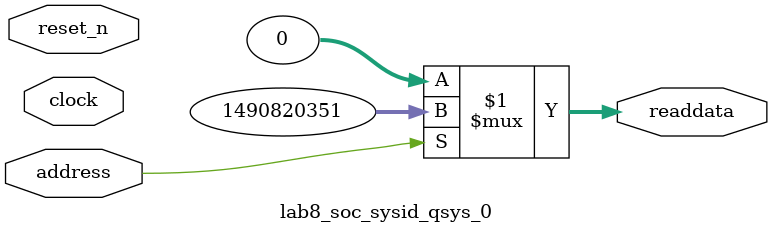
<source format=v>

`timescale 1ns / 1ps
// synthesis translate_on

// turn off superfluous verilog processor warnings 
// altera message_level Level1 
// altera message_off 10034 10035 10036 10037 10230 10240 10030 

module lab8_soc_sysid_qsys_0 (
               // inputs:
                address,
                clock,
                reset_n,

               // outputs:
                readdata
             )
;

  output  [ 31: 0] readdata;
  input            address;
  input            clock;
  input            reset_n;

  wire    [ 31: 0] readdata;
  //control_slave, which is an e_avalon_slave
  assign readdata = address ? 1490820351 : 0;

endmodule




</source>
